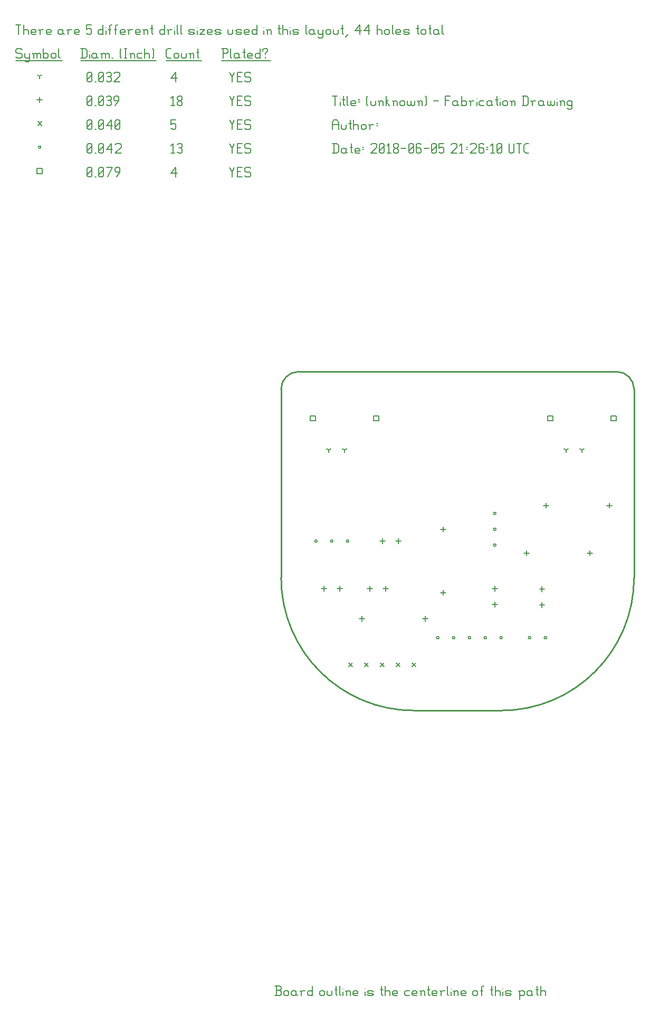
<source format=gbr>
G04 start of page 12 for group -1 layer_idx 16777221 *
G04 Title: (unknown), <virtual group> *
G04 Creator: pcb-rnd 2.0.0 *
G04 CreationDate: 2018-06-05 21:26:10 UTC *
G04 For:  *
G04 Format: Gerber/RS-274X *
G04 PCB-Dimensions: 500000 500000 *
G04 PCB-Coordinate-Origin: lower left *
%MOIN*%
%FSLAX25Y25*%
%LNFAB*%
%ADD76C,0.0100*%
%ADD75C,0.0075*%
%ADD74C,0.0060*%
%ADD73C,0.0080*%
G54D73*X335900Y356600D02*X339100D01*
X335900D02*Y353400D01*
X339100D01*
Y356600D02*Y353400D01*
X375900Y356600D02*X379100D01*
X375900D02*Y353400D01*
X379100D01*
Y356600D02*Y353400D01*
X185900Y356600D02*X189100D01*
X185900D02*Y353400D01*
X189100D01*
Y356600D02*Y353400D01*
X225900Y356600D02*X229100D01*
X225900D02*Y353400D01*
X229100D01*
Y356600D02*Y353400D01*
X13400Y512850D02*X16600D01*
X13400D02*Y509650D01*
X16600D01*
Y512850D02*Y509650D01*
G54D74*X135000Y513500D02*X136500Y510500D01*
X138000Y513500D01*
X136500Y510500D02*Y507500D01*
X139800Y510800D02*X142050D01*
X139800Y507500D02*X142800D01*
X139800Y513500D02*Y507500D01*
Y513500D02*X142800D01*
X147600D02*X148350Y512750D01*
X145350Y513500D02*X147600D01*
X144600Y512750D02*X145350Y513500D01*
X144600Y512750D02*Y511250D01*
X145350Y510500D01*
X147600D01*
X148350Y509750D01*
Y508250D01*
X147600Y507500D02*X148350Y508250D01*
X145350Y507500D02*X147600D01*
X144600Y508250D02*X145350Y507500D01*
X98000Y509750D02*X101000Y513500D01*
X98000Y509750D02*X101750D01*
X101000Y513500D02*Y507500D01*
X45000Y508250D02*X45750Y507500D01*
X45000Y512750D02*Y508250D01*
Y512750D02*X45750Y513500D01*
X47250D01*
X48000Y512750D01*
Y508250D01*
X47250Y507500D02*X48000Y508250D01*
X45750Y507500D02*X47250D01*
X45000Y509000D02*X48000Y512000D01*
X49800Y507500D02*X50550D01*
X52350Y508250D02*X53100Y507500D01*
X52350Y512750D02*Y508250D01*
Y512750D02*X53100Y513500D01*
X54600D01*
X55350Y512750D01*
Y508250D01*
X54600Y507500D02*X55350Y508250D01*
X53100Y507500D02*X54600D01*
X52350Y509000D02*X55350Y512000D01*
X57900Y507500D02*X60900Y513500D01*
X57150D02*X60900D01*
X63450Y507500D02*X65700Y510500D01*
Y512750D02*Y510500D01*
X64950Y513500D02*X65700Y512750D01*
X63450Y513500D02*X64950D01*
X62700Y512750D02*X63450Y513500D01*
X62700Y512750D02*Y511250D01*
X63450Y510500D01*
X65700D01*
X301700Y275000D02*G75*G03X303300Y275000I800J0D01*G01*
G75*G03X301700Y275000I-800J0D01*G01*
Y285000D02*G75*G03X303300Y285000I800J0D01*G01*
G75*G03X301700Y285000I-800J0D01*G01*
Y295000D02*G75*G03X303300Y295000I800J0D01*G01*
G75*G03X301700Y295000I-800J0D01*G01*
X333700Y216500D02*G75*G03X335300Y216500I800J0D01*G01*
G75*G03X333700Y216500I-800J0D01*G01*
X323700D02*G75*G03X325300Y216500I800J0D01*G01*
G75*G03X323700Y216500I-800J0D01*G01*
X305700D02*G75*G03X307300Y216500I800J0D01*G01*
G75*G03X305700Y216500I-800J0D01*G01*
X295700D02*G75*G03X297300Y216500I800J0D01*G01*
G75*G03X295700Y216500I-800J0D01*G01*
X285700D02*G75*G03X287300Y216500I800J0D01*G01*
G75*G03X285700Y216500I-800J0D01*G01*
X275700D02*G75*G03X277300Y216500I800J0D01*G01*
G75*G03X275700Y216500I-800J0D01*G01*
X265700D02*G75*G03X267300Y216500I800J0D01*G01*
G75*G03X265700Y216500I-800J0D01*G01*
X208700Y277500D02*G75*G03X210300Y277500I800J0D01*G01*
G75*G03X208700Y277500I-800J0D01*G01*
X198700D02*G75*G03X200300Y277500I800J0D01*G01*
G75*G03X198700Y277500I-800J0D01*G01*
X188700D02*G75*G03X190300Y277500I800J0D01*G01*
G75*G03X188700Y277500I-800J0D01*G01*
X14200Y526250D02*G75*G03X15800Y526250I800J0D01*G01*
G75*G03X14200Y526250I-800J0D01*G01*
X135000Y528500D02*X136500Y525500D01*
X138000Y528500D01*
X136500Y525500D02*Y522500D01*
X139800Y525800D02*X142050D01*
X139800Y522500D02*X142800D01*
X139800Y528500D02*Y522500D01*
Y528500D02*X142800D01*
X147600D02*X148350Y527750D01*
X145350Y528500D02*X147600D01*
X144600Y527750D02*X145350Y528500D01*
X144600Y527750D02*Y526250D01*
X145350Y525500D01*
X147600D01*
X148350Y524750D01*
Y523250D01*
X147600Y522500D02*X148350Y523250D01*
X145350Y522500D02*X147600D01*
X144600Y523250D02*X145350Y522500D01*
X98000Y527300D02*X99200Y528500D01*
Y522500D01*
X98000D02*X100250D01*
X102050Y527750D02*X102800Y528500D01*
X104300D01*
X105050Y527750D01*
X104300Y522500D02*X105050Y523250D01*
X102800Y522500D02*X104300D01*
X102050Y523250D02*X102800Y522500D01*
Y525800D02*X104300D01*
X105050Y527750D02*Y526550D01*
Y525050D02*Y523250D01*
Y525050D02*X104300Y525800D01*
X105050Y526550D02*X104300Y525800D01*
X45000Y523250D02*X45750Y522500D01*
X45000Y527750D02*Y523250D01*
Y527750D02*X45750Y528500D01*
X47250D01*
X48000Y527750D01*
Y523250D01*
X47250Y522500D02*X48000Y523250D01*
X45750Y522500D02*X47250D01*
X45000Y524000D02*X48000Y527000D01*
X49800Y522500D02*X50550D01*
X52350Y523250D02*X53100Y522500D01*
X52350Y527750D02*Y523250D01*
Y527750D02*X53100Y528500D01*
X54600D01*
X55350Y527750D01*
Y523250D01*
X54600Y522500D02*X55350Y523250D01*
X53100Y522500D02*X54600D01*
X52350Y524000D02*X55350Y527000D01*
X57150Y524750D02*X60150Y528500D01*
X57150Y524750D02*X60900D01*
X60150Y528500D02*Y522500D01*
X62700Y527750D02*X63450Y528500D01*
X65700D01*
X66450Y527750D01*
Y526250D01*
X62700Y522500D02*X66450Y526250D01*
X62700Y522500D02*X66450D01*
X230300Y200700D02*X232700Y198300D01*
X230300D02*X232700Y200700D01*
X220300D02*X222700Y198300D01*
X220300D02*X222700Y200700D01*
X210300D02*X212700Y198300D01*
X210300D02*X212700Y200700D01*
X240300D02*X242700Y198300D01*
X240300D02*X242700Y200700D01*
X250300D02*X252700Y198300D01*
X250300D02*X252700Y200700D01*
X13800Y542450D02*X16200Y540050D01*
X13800D02*X16200Y542450D01*
X135000Y543500D02*X136500Y540500D01*
X138000Y543500D01*
X136500Y540500D02*Y537500D01*
X139800Y540800D02*X142050D01*
X139800Y537500D02*X142800D01*
X139800Y543500D02*Y537500D01*
Y543500D02*X142800D01*
X147600D02*X148350Y542750D01*
X145350Y543500D02*X147600D01*
X144600Y542750D02*X145350Y543500D01*
X144600Y542750D02*Y541250D01*
X145350Y540500D01*
X147600D01*
X148350Y539750D01*
Y538250D01*
X147600Y537500D02*X148350Y538250D01*
X145350Y537500D02*X147600D01*
X144600Y538250D02*X145350Y537500D01*
X98000Y543500D02*X101000D01*
X98000D02*Y540500D01*
X98750Y541250D01*
X100250D01*
X101000Y540500D01*
Y538250D01*
X100250Y537500D02*X101000Y538250D01*
X98750Y537500D02*X100250D01*
X98000Y538250D02*X98750Y537500D01*
X45000Y538250D02*X45750Y537500D01*
X45000Y542750D02*Y538250D01*
Y542750D02*X45750Y543500D01*
X47250D01*
X48000Y542750D01*
Y538250D01*
X47250Y537500D02*X48000Y538250D01*
X45750Y537500D02*X47250D01*
X45000Y539000D02*X48000Y542000D01*
X49800Y537500D02*X50550D01*
X52350Y538250D02*X53100Y537500D01*
X52350Y542750D02*Y538250D01*
Y542750D02*X53100Y543500D01*
X54600D01*
X55350Y542750D01*
Y538250D01*
X54600Y537500D02*X55350Y538250D01*
X53100Y537500D02*X54600D01*
X52350Y539000D02*X55350Y542000D01*
X57150Y539750D02*X60150Y543500D01*
X57150Y539750D02*X60900D01*
X60150Y543500D02*Y537500D01*
X62700Y538250D02*X63450Y537500D01*
X62700Y542750D02*Y538250D01*
Y542750D02*X63450Y543500D01*
X64950D01*
X65700Y542750D01*
Y538250D01*
X64950Y537500D02*X65700Y538250D01*
X63450Y537500D02*X64950D01*
X62700Y539000D02*X65700Y542000D01*
X270000Y286600D02*Y283400D01*
X268400Y285000D02*X271600D01*
X270000Y246600D02*Y243400D01*
X268400Y245000D02*X271600D01*
X302500Y249100D02*Y245900D01*
X300900Y247500D02*X304100D01*
X335000Y301600D02*Y298400D01*
X333400Y300000D02*X336600D01*
X375000Y301600D02*Y298400D01*
X373400Y300000D02*X376600D01*
X322500Y271600D02*Y268400D01*
X320900Y270000D02*X324100D01*
X362500Y271600D02*Y268400D01*
X360900Y270000D02*X364100D01*
X332408Y248766D02*Y245566D01*
X330808Y247166D02*X334008D01*
X332408Y238766D02*Y235566D01*
X330808Y237166D02*X334008D01*
X302500Y239100D02*Y235900D01*
X300900Y237500D02*X304100D01*
X231500Y279100D02*Y275900D01*
X229900Y277500D02*X233100D01*
X241500Y279100D02*Y275900D01*
X239900Y277500D02*X243100D01*
X223500Y249100D02*Y245900D01*
X221900Y247500D02*X225100D01*
X233500Y249100D02*Y245900D01*
X231900Y247500D02*X235100D01*
X194500Y249100D02*Y245900D01*
X192900Y247500D02*X196100D01*
X204500Y249100D02*Y245900D01*
X202900Y247500D02*X206100D01*
X218500Y230100D02*Y226900D01*
X216900Y228500D02*X220100D01*
X258500Y230100D02*Y226900D01*
X256900Y228500D02*X260100D01*
X15000Y557850D02*Y554650D01*
X13400Y556250D02*X16600D01*
X135000Y558500D02*X136500Y555500D01*
X138000Y558500D01*
X136500Y555500D02*Y552500D01*
X139800Y555800D02*X142050D01*
X139800Y552500D02*X142800D01*
X139800Y558500D02*Y552500D01*
Y558500D02*X142800D01*
X147600D02*X148350Y557750D01*
X145350Y558500D02*X147600D01*
X144600Y557750D02*X145350Y558500D01*
X144600Y557750D02*Y556250D01*
X145350Y555500D01*
X147600D01*
X148350Y554750D01*
Y553250D01*
X147600Y552500D02*X148350Y553250D01*
X145350Y552500D02*X147600D01*
X144600Y553250D02*X145350Y552500D01*
X98000Y557300D02*X99200Y558500D01*
Y552500D01*
X98000D02*X100250D01*
X102050Y553250D02*X102800Y552500D01*
X102050Y554450D02*Y553250D01*
Y554450D02*X103100Y555500D01*
X104000D01*
X105050Y554450D01*
Y553250D01*
X104300Y552500D02*X105050Y553250D01*
X102800Y552500D02*X104300D01*
X102050Y556550D02*X103100Y555500D01*
X102050Y557750D02*Y556550D01*
Y557750D02*X102800Y558500D01*
X104300D01*
X105050Y557750D01*
Y556550D01*
X104000Y555500D02*X105050Y556550D01*
X45000Y553250D02*X45750Y552500D01*
X45000Y557750D02*Y553250D01*
Y557750D02*X45750Y558500D01*
X47250D01*
X48000Y557750D01*
Y553250D01*
X47250Y552500D02*X48000Y553250D01*
X45750Y552500D02*X47250D01*
X45000Y554000D02*X48000Y557000D01*
X49800Y552500D02*X50550D01*
X52350Y553250D02*X53100Y552500D01*
X52350Y557750D02*Y553250D01*
Y557750D02*X53100Y558500D01*
X54600D01*
X55350Y557750D01*
Y553250D01*
X54600Y552500D02*X55350Y553250D01*
X53100Y552500D02*X54600D01*
X52350Y554000D02*X55350Y557000D01*
X57150Y557750D02*X57900Y558500D01*
X59400D01*
X60150Y557750D01*
X59400Y552500D02*X60150Y553250D01*
X57900Y552500D02*X59400D01*
X57150Y553250D02*X57900Y552500D01*
Y555800D02*X59400D01*
X60150Y557750D02*Y556550D01*
Y555050D02*Y553250D01*
Y555050D02*X59400Y555800D01*
X60150Y556550D02*X59400Y555800D01*
X62700Y552500D02*X64950Y555500D01*
Y557750D02*Y555500D01*
X64200Y558500D02*X64950Y557750D01*
X62700Y558500D02*X64200D01*
X61950Y557750D02*X62700Y558500D01*
X61950Y557750D02*Y556250D01*
X62700Y555500D01*
X64950D01*
X347500Y335000D02*Y333400D01*
Y335000D02*X348887Y335800D01*
X347500Y335000D02*X346113Y335800D01*
X357500Y335000D02*Y333400D01*
Y335000D02*X358887Y335800D01*
X357500Y335000D02*X356113Y335800D01*
X197500Y335000D02*Y333400D01*
Y335000D02*X198887Y335800D01*
X197500Y335000D02*X196113Y335800D01*
X207500Y335000D02*Y333400D01*
Y335000D02*X208887Y335800D01*
X207500Y335000D02*X206113Y335800D01*
X15000Y571250D02*Y569650D01*
Y571250D02*X16387Y572050D01*
X15000Y571250D02*X13613Y572050D01*
X135000Y573500D02*X136500Y570500D01*
X138000Y573500D01*
X136500Y570500D02*Y567500D01*
X139800Y570800D02*X142050D01*
X139800Y567500D02*X142800D01*
X139800Y573500D02*Y567500D01*
Y573500D02*X142800D01*
X147600D02*X148350Y572750D01*
X145350Y573500D02*X147600D01*
X144600Y572750D02*X145350Y573500D01*
X144600Y572750D02*Y571250D01*
X145350Y570500D01*
X147600D01*
X148350Y569750D01*
Y568250D01*
X147600Y567500D02*X148350Y568250D01*
X145350Y567500D02*X147600D01*
X144600Y568250D02*X145350Y567500D01*
X98000Y569750D02*X101000Y573500D01*
X98000Y569750D02*X101750D01*
X101000Y573500D02*Y567500D01*
X45000Y568250D02*X45750Y567500D01*
X45000Y572750D02*Y568250D01*
Y572750D02*X45750Y573500D01*
X47250D01*
X48000Y572750D01*
Y568250D01*
X47250Y567500D02*X48000Y568250D01*
X45750Y567500D02*X47250D01*
X45000Y569000D02*X48000Y572000D01*
X49800Y567500D02*X50550D01*
X52350Y568250D02*X53100Y567500D01*
X52350Y572750D02*Y568250D01*
Y572750D02*X53100Y573500D01*
X54600D01*
X55350Y572750D01*
Y568250D01*
X54600Y567500D02*X55350Y568250D01*
X53100Y567500D02*X54600D01*
X52350Y569000D02*X55350Y572000D01*
X57150Y572750D02*X57900Y573500D01*
X59400D01*
X60150Y572750D01*
X59400Y567500D02*X60150Y568250D01*
X57900Y567500D02*X59400D01*
X57150Y568250D02*X57900Y567500D01*
Y570800D02*X59400D01*
X60150Y572750D02*Y571550D01*
Y570050D02*Y568250D01*
Y570050D02*X59400Y570800D01*
X60150Y571550D02*X59400Y570800D01*
X61950Y572750D02*X62700Y573500D01*
X64950D01*
X65700Y572750D01*
Y571250D01*
X61950Y567500D02*X65700Y571250D01*
X61950Y567500D02*X65700D01*
X3000Y588500D02*X3750Y587750D01*
X750Y588500D02*X3000D01*
X0Y587750D02*X750Y588500D01*
X0Y587750D02*Y586250D01*
X750Y585500D01*
X3000D01*
X3750Y584750D01*
Y583250D01*
X3000Y582500D02*X3750Y583250D01*
X750Y582500D02*X3000D01*
X0Y583250D02*X750Y582500D01*
X5550Y585500D02*Y583250D01*
X6300Y582500D01*
X8550Y585500D02*Y581000D01*
X7800Y580250D02*X8550Y581000D01*
X6300Y580250D02*X7800D01*
X5550Y581000D02*X6300Y580250D01*
Y582500D02*X7800D01*
X8550Y583250D01*
X11100Y584750D02*Y582500D01*
Y584750D02*X11850Y585500D01*
X12600D01*
X13350Y584750D01*
Y582500D01*
Y584750D02*X14100Y585500D01*
X14850D01*
X15600Y584750D01*
Y582500D01*
X10350Y585500D02*X11100Y584750D01*
X17400Y588500D02*Y582500D01*
Y583250D02*X18150Y582500D01*
X19650D01*
X20400Y583250D01*
Y584750D02*Y583250D01*
X19650Y585500D02*X20400Y584750D01*
X18150Y585500D02*X19650D01*
X17400Y584750D02*X18150Y585500D01*
X22200Y584750D02*Y583250D01*
Y584750D02*X22950Y585500D01*
X24450D01*
X25200Y584750D01*
Y583250D01*
X24450Y582500D02*X25200Y583250D01*
X22950Y582500D02*X24450D01*
X22200Y583250D02*X22950Y582500D01*
X27000Y588500D02*Y583250D01*
X27750Y582500D01*
X0Y580750D02*X29250D01*
X41750Y588500D02*Y582500D01*
X43700Y588500D02*X44750Y587450D01*
Y583550D01*
X43700Y582500D02*X44750Y583550D01*
X41000Y582500D02*X43700D01*
X41000Y588500D02*X43700D01*
G54D75*X46550Y587000D02*Y586850D01*
G54D74*Y584750D02*Y582500D01*
X50300Y585500D02*X51050Y584750D01*
X48800Y585500D02*X50300D01*
X48050Y584750D02*X48800Y585500D01*
X48050Y584750D02*Y583250D01*
X48800Y582500D01*
X51050Y585500D02*Y583250D01*
X51800Y582500D01*
X48800D02*X50300D01*
X51050Y583250D01*
X54350Y584750D02*Y582500D01*
Y584750D02*X55100Y585500D01*
X55850D01*
X56600Y584750D01*
Y582500D01*
Y584750D02*X57350Y585500D01*
X58100D01*
X58850Y584750D01*
Y582500D01*
X53600Y585500D02*X54350Y584750D01*
X60650Y582500D02*X61400D01*
X65900Y583250D02*X66650Y582500D01*
X65900Y587750D02*X66650Y588500D01*
X65900Y587750D02*Y583250D01*
X68450Y588500D02*X69950D01*
X69200D02*Y582500D01*
X68450D02*X69950D01*
X72500Y584750D02*Y582500D01*
Y584750D02*X73250Y585500D01*
X74000D01*
X74750Y584750D01*
Y582500D01*
X71750Y585500D02*X72500Y584750D01*
X77300Y585500D02*X79550D01*
X76550Y584750D02*X77300Y585500D01*
X76550Y584750D02*Y583250D01*
X77300Y582500D01*
X79550D01*
X81350Y588500D02*Y582500D01*
Y584750D02*X82100Y585500D01*
X83600D01*
X84350Y584750D01*
Y582500D01*
X86150Y588500D02*X86900Y587750D01*
Y583250D01*
X86150Y582500D02*X86900Y583250D01*
X41000Y580750D02*X88700D01*
X96050Y582500D02*X98000D01*
X95000Y583550D02*X96050Y582500D01*
X95000Y587450D02*Y583550D01*
Y587450D02*X96050Y588500D01*
X98000D01*
X99800Y584750D02*Y583250D01*
Y584750D02*X100550Y585500D01*
X102050D01*
X102800Y584750D01*
Y583250D01*
X102050Y582500D02*X102800Y583250D01*
X100550Y582500D02*X102050D01*
X99800Y583250D02*X100550Y582500D01*
X104600Y585500D02*Y583250D01*
X105350Y582500D01*
X106850D01*
X107600Y583250D01*
Y585500D02*Y583250D01*
X110150Y584750D02*Y582500D01*
Y584750D02*X110900Y585500D01*
X111650D01*
X112400Y584750D01*
Y582500D01*
X109400Y585500D02*X110150Y584750D01*
X114950Y588500D02*Y583250D01*
X115700Y582500D01*
X114200Y586250D02*X115700D01*
X95000Y580750D02*X117200D01*
X130750Y588500D02*Y582500D01*
X130000Y588500D02*X133000D01*
X133750Y587750D01*
Y586250D01*
X133000Y585500D02*X133750Y586250D01*
X130750Y585500D02*X133000D01*
X135550Y588500D02*Y583250D01*
X136300Y582500D01*
X140050Y585500D02*X140800Y584750D01*
X138550Y585500D02*X140050D01*
X137800Y584750D02*X138550Y585500D01*
X137800Y584750D02*Y583250D01*
X138550Y582500D01*
X140800Y585500D02*Y583250D01*
X141550Y582500D01*
X138550D02*X140050D01*
X140800Y583250D01*
X144100Y588500D02*Y583250D01*
X144850Y582500D01*
X143350Y586250D02*X144850D01*
X147100Y582500D02*X149350D01*
X146350Y583250D02*X147100Y582500D01*
X146350Y584750D02*Y583250D01*
Y584750D02*X147100Y585500D01*
X148600D01*
X149350Y584750D01*
X146350Y584000D02*X149350D01*
Y584750D02*Y584000D01*
X154150Y588500D02*Y582500D01*
X153400D02*X154150Y583250D01*
X151900Y582500D02*X153400D01*
X151150Y583250D02*X151900Y582500D01*
X151150Y584750D02*Y583250D01*
Y584750D02*X151900Y585500D01*
X153400D01*
X154150Y584750D01*
X157450Y585500D02*Y584750D01*
Y583250D02*Y582500D01*
X155950Y587750D02*Y587000D01*
Y587750D02*X156700Y588500D01*
X158200D01*
X158950Y587750D01*
Y587000D01*
X157450Y585500D02*X158950Y587000D01*
X130000Y580750D02*X160750D01*
X0Y603500D02*X3000D01*
X1500D02*Y597500D01*
X4800Y603500D02*Y597500D01*
Y599750D02*X5550Y600500D01*
X7050D01*
X7800Y599750D01*
Y597500D01*
X10350D02*X12600D01*
X9600Y598250D02*X10350Y597500D01*
X9600Y599750D02*Y598250D01*
Y599750D02*X10350Y600500D01*
X11850D01*
X12600Y599750D01*
X9600Y599000D02*X12600D01*
Y599750D02*Y599000D01*
X15150Y599750D02*Y597500D01*
Y599750D02*X15900Y600500D01*
X17400D01*
X14400D02*X15150Y599750D01*
X19950Y597500D02*X22200D01*
X19200Y598250D02*X19950Y597500D01*
X19200Y599750D02*Y598250D01*
Y599750D02*X19950Y600500D01*
X21450D01*
X22200Y599750D01*
X19200Y599000D02*X22200D01*
Y599750D02*Y599000D01*
X28950Y600500D02*X29700Y599750D01*
X27450Y600500D02*X28950D01*
X26700Y599750D02*X27450Y600500D01*
X26700Y599750D02*Y598250D01*
X27450Y597500D01*
X29700Y600500D02*Y598250D01*
X30450Y597500D01*
X27450D02*X28950D01*
X29700Y598250D01*
X33000Y599750D02*Y597500D01*
Y599750D02*X33750Y600500D01*
X35250D01*
X32250D02*X33000Y599750D01*
X37800Y597500D02*X40050D01*
X37050Y598250D02*X37800Y597500D01*
X37050Y599750D02*Y598250D01*
Y599750D02*X37800Y600500D01*
X39300D01*
X40050Y599750D01*
X37050Y599000D02*X40050D01*
Y599750D02*Y599000D01*
X44550Y603500D02*X47550D01*
X44550D02*Y600500D01*
X45300Y601250D01*
X46800D01*
X47550Y600500D01*
Y598250D01*
X46800Y597500D02*X47550Y598250D01*
X45300Y597500D02*X46800D01*
X44550Y598250D02*X45300Y597500D01*
X55050Y603500D02*Y597500D01*
X54300D02*X55050Y598250D01*
X52800Y597500D02*X54300D01*
X52050Y598250D02*X52800Y597500D01*
X52050Y599750D02*Y598250D01*
Y599750D02*X52800Y600500D01*
X54300D01*
X55050Y599750D01*
G54D75*X56850Y602000D02*Y601850D01*
G54D74*Y599750D02*Y597500D01*
X59100Y602750D02*Y597500D01*
Y602750D02*X59850Y603500D01*
X60600D01*
X58350Y600500D02*X59850D01*
X62850Y602750D02*Y597500D01*
Y602750D02*X63600Y603500D01*
X64350D01*
X62100Y600500D02*X63600D01*
X66600Y597500D02*X68850D01*
X65850Y598250D02*X66600Y597500D01*
X65850Y599750D02*Y598250D01*
Y599750D02*X66600Y600500D01*
X68100D01*
X68850Y599750D01*
X65850Y599000D02*X68850D01*
Y599750D02*Y599000D01*
X71400Y599750D02*Y597500D01*
Y599750D02*X72150Y600500D01*
X73650D01*
X70650D02*X71400Y599750D01*
X76200Y597500D02*X78450D01*
X75450Y598250D02*X76200Y597500D01*
X75450Y599750D02*Y598250D01*
Y599750D02*X76200Y600500D01*
X77700D01*
X78450Y599750D01*
X75450Y599000D02*X78450D01*
Y599750D02*Y599000D01*
X81000Y599750D02*Y597500D01*
Y599750D02*X81750Y600500D01*
X82500D01*
X83250Y599750D01*
Y597500D01*
X80250Y600500D02*X81000Y599750D01*
X85800Y603500D02*Y598250D01*
X86550Y597500D01*
X85050Y601250D02*X86550D01*
X93750Y603500D02*Y597500D01*
X93000D02*X93750Y598250D01*
X91500Y597500D02*X93000D01*
X90750Y598250D02*X91500Y597500D01*
X90750Y599750D02*Y598250D01*
Y599750D02*X91500Y600500D01*
X93000D01*
X93750Y599750D01*
X96300D02*Y597500D01*
Y599750D02*X97050Y600500D01*
X98550D01*
X95550D02*X96300Y599750D01*
G54D75*X100350Y602000D02*Y601850D01*
G54D74*Y599750D02*Y597500D01*
X101850Y603500D02*Y598250D01*
X102600Y597500D01*
X104100Y603500D02*Y598250D01*
X104850Y597500D01*
X109800D02*X112050D01*
X112800Y598250D01*
X112050Y599000D02*X112800Y598250D01*
X109800Y599000D02*X112050D01*
X109050Y599750D02*X109800Y599000D01*
X109050Y599750D02*X109800Y600500D01*
X112050D01*
X112800Y599750D01*
X109050Y598250D02*X109800Y597500D01*
G54D75*X114600Y602000D02*Y601850D01*
G54D74*Y599750D02*Y597500D01*
X116100Y600500D02*X119100D01*
X116100Y597500D02*X119100Y600500D01*
X116100Y597500D02*X119100D01*
X121650D02*X123900D01*
X120900Y598250D02*X121650Y597500D01*
X120900Y599750D02*Y598250D01*
Y599750D02*X121650Y600500D01*
X123150D01*
X123900Y599750D01*
X120900Y599000D02*X123900D01*
Y599750D02*Y599000D01*
X126450Y597500D02*X128700D01*
X129450Y598250D01*
X128700Y599000D02*X129450Y598250D01*
X126450Y599000D02*X128700D01*
X125700Y599750D02*X126450Y599000D01*
X125700Y599750D02*X126450Y600500D01*
X128700D01*
X129450Y599750D01*
X125700Y598250D02*X126450Y597500D01*
X133950Y600500D02*Y598250D01*
X134700Y597500D01*
X136200D01*
X136950Y598250D01*
Y600500D02*Y598250D01*
X139500Y597500D02*X141750D01*
X142500Y598250D01*
X141750Y599000D02*X142500Y598250D01*
X139500Y599000D02*X141750D01*
X138750Y599750D02*X139500Y599000D01*
X138750Y599750D02*X139500Y600500D01*
X141750D01*
X142500Y599750D01*
X138750Y598250D02*X139500Y597500D01*
X145050D02*X147300D01*
X144300Y598250D02*X145050Y597500D01*
X144300Y599750D02*Y598250D01*
Y599750D02*X145050Y600500D01*
X146550D01*
X147300Y599750D01*
X144300Y599000D02*X147300D01*
Y599750D02*Y599000D01*
X152100Y603500D02*Y597500D01*
X151350D02*X152100Y598250D01*
X149850Y597500D02*X151350D01*
X149100Y598250D02*X149850Y597500D01*
X149100Y599750D02*Y598250D01*
Y599750D02*X149850Y600500D01*
X151350D01*
X152100Y599750D01*
G54D75*X156600Y602000D02*Y601850D01*
G54D74*Y599750D02*Y597500D01*
X158850Y599750D02*Y597500D01*
Y599750D02*X159600Y600500D01*
X160350D01*
X161100Y599750D01*
Y597500D01*
X158100Y600500D02*X158850Y599750D01*
X166350Y603500D02*Y598250D01*
X167100Y597500D01*
X165600Y601250D02*X167100D01*
X168600Y603500D02*Y597500D01*
Y599750D02*X169350Y600500D01*
X170850D01*
X171600Y599750D01*
Y597500D01*
G54D75*X173400Y602000D02*Y601850D01*
G54D74*Y599750D02*Y597500D01*
X175650D02*X177900D01*
X178650Y598250D01*
X177900Y599000D02*X178650Y598250D01*
X175650Y599000D02*X177900D01*
X174900Y599750D02*X175650Y599000D01*
X174900Y599750D02*X175650Y600500D01*
X177900D01*
X178650Y599750D01*
X174900Y598250D02*X175650Y597500D01*
X183150Y603500D02*Y598250D01*
X183900Y597500D01*
X187650Y600500D02*X188400Y599750D01*
X186150Y600500D02*X187650D01*
X185400Y599750D02*X186150Y600500D01*
X185400Y599750D02*Y598250D01*
X186150Y597500D01*
X188400Y600500D02*Y598250D01*
X189150Y597500D01*
X186150D02*X187650D01*
X188400Y598250D01*
X190950Y600500D02*Y598250D01*
X191700Y597500D01*
X193950Y600500D02*Y596000D01*
X193200Y595250D02*X193950Y596000D01*
X191700Y595250D02*X193200D01*
X190950Y596000D02*X191700Y595250D01*
Y597500D02*X193200D01*
X193950Y598250D01*
X195750Y599750D02*Y598250D01*
Y599750D02*X196500Y600500D01*
X198000D01*
X198750Y599750D01*
Y598250D01*
X198000Y597500D02*X198750Y598250D01*
X196500Y597500D02*X198000D01*
X195750Y598250D02*X196500Y597500D01*
X200550Y600500D02*Y598250D01*
X201300Y597500D01*
X202800D01*
X203550Y598250D01*
Y600500D02*Y598250D01*
X206100Y603500D02*Y598250D01*
X206850Y597500D01*
X205350Y601250D02*X206850D01*
X208350Y596000D02*X209850Y597500D01*
X214350Y599750D02*X217350Y603500D01*
X214350Y599750D02*X218100D01*
X217350Y603500D02*Y597500D01*
X219900Y599750D02*X222900Y603500D01*
X219900Y599750D02*X223650D01*
X222900Y603500D02*Y597500D01*
X228150Y603500D02*Y597500D01*
Y599750D02*X228900Y600500D01*
X230400D01*
X231150Y599750D01*
Y597500D01*
X232950Y599750D02*Y598250D01*
Y599750D02*X233700Y600500D01*
X235200D01*
X235950Y599750D01*
Y598250D01*
X235200Y597500D02*X235950Y598250D01*
X233700Y597500D02*X235200D01*
X232950Y598250D02*X233700Y597500D01*
X237750Y603500D02*Y598250D01*
X238500Y597500D01*
X240750D02*X243000D01*
X240000Y598250D02*X240750Y597500D01*
X240000Y599750D02*Y598250D01*
Y599750D02*X240750Y600500D01*
X242250D01*
X243000Y599750D01*
X240000Y599000D02*X243000D01*
Y599750D02*Y599000D01*
X245550Y597500D02*X247800D01*
X248550Y598250D01*
X247800Y599000D02*X248550Y598250D01*
X245550Y599000D02*X247800D01*
X244800Y599750D02*X245550Y599000D01*
X244800Y599750D02*X245550Y600500D01*
X247800D01*
X248550Y599750D01*
X244800Y598250D02*X245550Y597500D01*
X253800Y603500D02*Y598250D01*
X254550Y597500D01*
X253050Y601250D02*X254550D01*
X256050Y599750D02*Y598250D01*
Y599750D02*X256800Y600500D01*
X258300D01*
X259050Y599750D01*
Y598250D01*
X258300Y597500D02*X259050Y598250D01*
X256800Y597500D02*X258300D01*
X256050Y598250D02*X256800Y597500D01*
X261600Y603500D02*Y598250D01*
X262350Y597500D01*
X260850Y601250D02*X262350D01*
X266100Y600500D02*X266850Y599750D01*
X264600Y600500D02*X266100D01*
X263850Y599750D02*X264600Y600500D01*
X263850Y599750D02*Y598250D01*
X264600Y597500D01*
X266850Y600500D02*Y598250D01*
X267600Y597500D01*
X264600D02*X266100D01*
X266850Y598250D01*
X269400Y603500D02*Y598250D01*
X270150Y597500D01*
G54D76*X167500Y373500D02*Y254500D01*
X251500Y170500D02*X306500D01*
X390500Y254500D02*Y373500D01*
X178500Y384500D02*X379500D01*
X178500D02*G75*G03X167500Y373500I0J-11000D01*G01*
Y254500D02*G75*G03X251500Y170500I84000J0D01*G01*
X306500D02*G75*G03X390500Y254500I0J84000D01*G01*
Y373500D02*G75*G03X379500Y384500I-11000J0D01*G01*
G54D74*X163675Y-9500D02*X166675D01*
X167425Y-8750D01*
Y-6950D02*Y-8750D01*
X166675Y-6200D02*X167425Y-6950D01*
X164425Y-6200D02*X166675D01*
X164425Y-3500D02*Y-9500D01*
X163675Y-3500D02*X166675D01*
X167425Y-4250D01*
Y-5450D01*
X166675Y-6200D02*X167425Y-5450D01*
X169225Y-7250D02*Y-8750D01*
Y-7250D02*X169975Y-6500D01*
X171475D01*
X172225Y-7250D01*
Y-8750D01*
X171475Y-9500D02*X172225Y-8750D01*
X169975Y-9500D02*X171475D01*
X169225Y-8750D02*X169975Y-9500D01*
X176275Y-6500D02*X177025Y-7250D01*
X174775Y-6500D02*X176275D01*
X174025Y-7250D02*X174775Y-6500D01*
X174025Y-7250D02*Y-8750D01*
X174775Y-9500D01*
X177025Y-6500D02*Y-8750D01*
X177775Y-9500D01*
X174775D02*X176275D01*
X177025Y-8750D01*
X180325Y-7250D02*Y-9500D01*
Y-7250D02*X181075Y-6500D01*
X182575D01*
X179575D02*X180325Y-7250D01*
X187375Y-3500D02*Y-9500D01*
X186625D02*X187375Y-8750D01*
X185125Y-9500D02*X186625D01*
X184375Y-8750D02*X185125Y-9500D01*
X184375Y-7250D02*Y-8750D01*
Y-7250D02*X185125Y-6500D01*
X186625D01*
X187375Y-7250D01*
X191875D02*Y-8750D01*
Y-7250D02*X192625Y-6500D01*
X194125D01*
X194875Y-7250D01*
Y-8750D01*
X194125Y-9500D02*X194875Y-8750D01*
X192625Y-9500D02*X194125D01*
X191875Y-8750D02*X192625Y-9500D01*
X196675Y-6500D02*Y-8750D01*
X197425Y-9500D01*
X198925D01*
X199675Y-8750D01*
Y-6500D02*Y-8750D01*
X202225Y-3500D02*Y-8750D01*
X202975Y-9500D01*
X201475Y-5750D02*X202975D01*
X204475Y-3500D02*Y-8750D01*
X205225Y-9500D01*
G54D75*X206725Y-5000D02*Y-5150D01*
G54D74*Y-7250D02*Y-9500D01*
X208975Y-7250D02*Y-9500D01*
Y-7250D02*X209725Y-6500D01*
X210475D01*
X211225Y-7250D01*
Y-9500D01*
X208225Y-6500D02*X208975Y-7250D01*
X213775Y-9500D02*X216025D01*
X213025Y-8750D02*X213775Y-9500D01*
X213025Y-7250D02*Y-8750D01*
Y-7250D02*X213775Y-6500D01*
X215275D01*
X216025Y-7250D01*
X213025Y-8000D02*X216025D01*
Y-7250D02*Y-8000D01*
G54D75*X220525Y-5000D02*Y-5150D01*
G54D74*Y-7250D02*Y-9500D01*
X222775D02*X225025D01*
X225775Y-8750D01*
X225025Y-8000D02*X225775Y-8750D01*
X222775Y-8000D02*X225025D01*
X222025Y-7250D02*X222775Y-8000D01*
X222025Y-7250D02*X222775Y-6500D01*
X225025D01*
X225775Y-7250D01*
X222025Y-8750D02*X222775Y-9500D01*
X231025Y-3500D02*Y-8750D01*
X231775Y-9500D01*
X230275Y-5750D02*X231775D01*
X233275Y-3500D02*Y-9500D01*
Y-7250D02*X234025Y-6500D01*
X235525D01*
X236275Y-7250D01*
Y-9500D01*
X238825D02*X241075D01*
X238075Y-8750D02*X238825Y-9500D01*
X238075Y-7250D02*Y-8750D01*
Y-7250D02*X238825Y-6500D01*
X240325D01*
X241075Y-7250D01*
X238075Y-8000D02*X241075D01*
Y-7250D02*Y-8000D01*
X246325Y-6500D02*X248575D01*
X245575Y-7250D02*X246325Y-6500D01*
X245575Y-7250D02*Y-8750D01*
X246325Y-9500D01*
X248575D01*
X251125D02*X253375D01*
X250375Y-8750D02*X251125Y-9500D01*
X250375Y-7250D02*Y-8750D01*
Y-7250D02*X251125Y-6500D01*
X252625D01*
X253375Y-7250D01*
X250375Y-8000D02*X253375D01*
Y-7250D02*Y-8000D01*
X255925Y-7250D02*Y-9500D01*
Y-7250D02*X256675Y-6500D01*
X257425D01*
X258175Y-7250D01*
Y-9500D01*
X255175Y-6500D02*X255925Y-7250D01*
X260725Y-3500D02*Y-8750D01*
X261475Y-9500D01*
X259975Y-5750D02*X261475D01*
X263725Y-9500D02*X265975D01*
X262975Y-8750D02*X263725Y-9500D01*
X262975Y-7250D02*Y-8750D01*
Y-7250D02*X263725Y-6500D01*
X265225D01*
X265975Y-7250D01*
X262975Y-8000D02*X265975D01*
Y-7250D02*Y-8000D01*
X268525Y-7250D02*Y-9500D01*
Y-7250D02*X269275Y-6500D01*
X270775D01*
X267775D02*X268525Y-7250D01*
X272575Y-3500D02*Y-8750D01*
X273325Y-9500D01*
G54D75*X274825Y-5000D02*Y-5150D01*
G54D74*Y-7250D02*Y-9500D01*
X277075Y-7250D02*Y-9500D01*
Y-7250D02*X277825Y-6500D01*
X278575D01*
X279325Y-7250D01*
Y-9500D01*
X276325Y-6500D02*X277075Y-7250D01*
X281875Y-9500D02*X284125D01*
X281125Y-8750D02*X281875Y-9500D01*
X281125Y-7250D02*Y-8750D01*
Y-7250D02*X281875Y-6500D01*
X283375D01*
X284125Y-7250D01*
X281125Y-8000D02*X284125D01*
Y-7250D02*Y-8000D01*
X288625Y-7250D02*Y-8750D01*
Y-7250D02*X289375Y-6500D01*
X290875D01*
X291625Y-7250D01*
Y-8750D01*
X290875Y-9500D02*X291625Y-8750D01*
X289375Y-9500D02*X290875D01*
X288625Y-8750D02*X289375Y-9500D01*
X294175Y-4250D02*Y-9500D01*
Y-4250D02*X294925Y-3500D01*
X295675D01*
X293425Y-6500D02*X294925D01*
X300625Y-3500D02*Y-8750D01*
X301375Y-9500D01*
X299875Y-5750D02*X301375D01*
X302875Y-3500D02*Y-9500D01*
Y-7250D02*X303625Y-6500D01*
X305125D01*
X305875Y-7250D01*
Y-9500D01*
G54D75*X307675Y-5000D02*Y-5150D01*
G54D74*Y-7250D02*Y-9500D01*
X309925D02*X312175D01*
X312925Y-8750D01*
X312175Y-8000D02*X312925Y-8750D01*
X309925Y-8000D02*X312175D01*
X309175Y-7250D02*X309925Y-8000D01*
X309175Y-7250D02*X309925Y-6500D01*
X312175D01*
X312925Y-7250D01*
X309175Y-8750D02*X309925Y-9500D01*
X318175Y-7250D02*Y-11750D01*
X317425Y-6500D02*X318175Y-7250D01*
X318925Y-6500D01*
X320425D01*
X321175Y-7250D01*
Y-8750D01*
X320425Y-9500D02*X321175Y-8750D01*
X318925Y-9500D02*X320425D01*
X318175Y-8750D02*X318925Y-9500D01*
X325225Y-6500D02*X325975Y-7250D01*
X323725Y-6500D02*X325225D01*
X322975Y-7250D02*X323725Y-6500D01*
X322975Y-7250D02*Y-8750D01*
X323725Y-9500D01*
X325975Y-6500D02*Y-8750D01*
X326725Y-9500D01*
X323725D02*X325225D01*
X325975Y-8750D01*
X329275Y-3500D02*Y-8750D01*
X330025Y-9500D01*
X328525Y-5750D02*X330025D01*
X331525Y-3500D02*Y-9500D01*
Y-7250D02*X332275Y-6500D01*
X333775D01*
X334525Y-7250D01*
Y-9500D01*
X200750Y528500D02*Y522500D01*
X202700Y528500D02*X203750Y527450D01*
Y523550D01*
X202700Y522500D02*X203750Y523550D01*
X200000Y522500D02*X202700D01*
X200000Y528500D02*X202700D01*
X207800Y525500D02*X208550Y524750D01*
X206300Y525500D02*X207800D01*
X205550Y524750D02*X206300Y525500D01*
X205550Y524750D02*Y523250D01*
X206300Y522500D01*
X208550Y525500D02*Y523250D01*
X209300Y522500D01*
X206300D02*X207800D01*
X208550Y523250D01*
X211850Y528500D02*Y523250D01*
X212600Y522500D01*
X211100Y526250D02*X212600D01*
X214850Y522500D02*X217100D01*
X214100Y523250D02*X214850Y522500D01*
X214100Y524750D02*Y523250D01*
Y524750D02*X214850Y525500D01*
X216350D01*
X217100Y524750D01*
X214100Y524000D02*X217100D01*
Y524750D02*Y524000D01*
X218900Y526250D02*X219650D01*
X218900Y524750D02*X219650D01*
X224150Y527750D02*X224900Y528500D01*
X227150D01*
X227900Y527750D01*
Y526250D01*
X224150Y522500D02*X227900Y526250D01*
X224150Y522500D02*X227900D01*
X229700Y523250D02*X230450Y522500D01*
X229700Y527750D02*Y523250D01*
Y527750D02*X230450Y528500D01*
X231950D01*
X232700Y527750D01*
Y523250D01*
X231950Y522500D02*X232700Y523250D01*
X230450Y522500D02*X231950D01*
X229700Y524000D02*X232700Y527000D01*
X234500Y527300D02*X235700Y528500D01*
Y522500D01*
X234500D02*X236750D01*
X238550Y523250D02*X239300Y522500D01*
X238550Y524450D02*Y523250D01*
Y524450D02*X239600Y525500D01*
X240500D01*
X241550Y524450D01*
Y523250D01*
X240800Y522500D02*X241550Y523250D01*
X239300Y522500D02*X240800D01*
X238550Y526550D02*X239600Y525500D01*
X238550Y527750D02*Y526550D01*
Y527750D02*X239300Y528500D01*
X240800D01*
X241550Y527750D01*
Y526550D01*
X240500Y525500D02*X241550Y526550D01*
X243350Y525500D02*X246350D01*
X248150Y523250D02*X248900Y522500D01*
X248150Y527750D02*Y523250D01*
Y527750D02*X248900Y528500D01*
X250400D01*
X251150Y527750D01*
Y523250D01*
X250400Y522500D02*X251150Y523250D01*
X248900Y522500D02*X250400D01*
X248150Y524000D02*X251150Y527000D01*
X255200Y528500D02*X255950Y527750D01*
X253700Y528500D02*X255200D01*
X252950Y527750D02*X253700Y528500D01*
X252950Y527750D02*Y523250D01*
X253700Y522500D01*
X255200Y525800D02*X255950Y525050D01*
X252950Y525800D02*X255200D01*
X253700Y522500D02*X255200D01*
X255950Y523250D01*
Y525050D02*Y523250D01*
X257750Y525500D02*X260750D01*
X262550Y523250D02*X263300Y522500D01*
X262550Y527750D02*Y523250D01*
Y527750D02*X263300Y528500D01*
X264800D01*
X265550Y527750D01*
Y523250D01*
X264800Y522500D02*X265550Y523250D01*
X263300Y522500D02*X264800D01*
X262550Y524000D02*X265550Y527000D01*
X267350Y528500D02*X270350D01*
X267350D02*Y525500D01*
X268100Y526250D01*
X269600D01*
X270350Y525500D01*
Y523250D01*
X269600Y522500D02*X270350Y523250D01*
X268100Y522500D02*X269600D01*
X267350Y523250D02*X268100Y522500D01*
X274850Y527750D02*X275600Y528500D01*
X277850D01*
X278600Y527750D01*
Y526250D01*
X274850Y522500D02*X278600Y526250D01*
X274850Y522500D02*X278600D01*
X280400Y527300D02*X281600Y528500D01*
Y522500D01*
X280400D02*X282650D01*
X284450Y526250D02*X285200D01*
X284450Y524750D02*X285200D01*
X287000Y527750D02*X287750Y528500D01*
X290000D01*
X290750Y527750D01*
Y526250D01*
X287000Y522500D02*X290750Y526250D01*
X287000Y522500D02*X290750D01*
X294800Y528500D02*X295550Y527750D01*
X293300Y528500D02*X294800D01*
X292550Y527750D02*X293300Y528500D01*
X292550Y527750D02*Y523250D01*
X293300Y522500D01*
X294800Y525800D02*X295550Y525050D01*
X292550Y525800D02*X294800D01*
X293300Y522500D02*X294800D01*
X295550Y523250D01*
Y525050D02*Y523250D01*
X297350Y526250D02*X298100D01*
X297350Y524750D02*X298100D01*
X299900Y527300D02*X301100Y528500D01*
Y522500D01*
X299900D02*X302150D01*
X303950Y523250D02*X304700Y522500D01*
X303950Y527750D02*Y523250D01*
Y527750D02*X304700Y528500D01*
X306200D01*
X306950Y527750D01*
Y523250D01*
X306200Y522500D02*X306950Y523250D01*
X304700Y522500D02*X306200D01*
X303950Y524000D02*X306950Y527000D01*
X311450Y528500D02*Y523250D01*
X312200Y522500D01*
X313700D01*
X314450Y523250D01*
Y528500D02*Y523250D01*
X316250Y528500D02*X319250D01*
X317750D02*Y522500D01*
X322100D02*X324050D01*
X321050Y523550D02*X322100Y522500D01*
X321050Y527450D02*Y523550D01*
Y527450D02*X322100Y528500D01*
X324050D01*
X200000Y542000D02*Y537500D01*
Y542000D02*X201050Y543500D01*
X202700D01*
X203750Y542000D01*
Y537500D01*
X200000Y540500D02*X203750D01*
X205550D02*Y538250D01*
X206300Y537500D01*
X207800D01*
X208550Y538250D01*
Y540500D02*Y538250D01*
X211100Y543500D02*Y538250D01*
X211850Y537500D01*
X210350Y541250D02*X211850D01*
X213350Y543500D02*Y537500D01*
Y539750D02*X214100Y540500D01*
X215600D01*
X216350Y539750D01*
Y537500D01*
X218150Y539750D02*Y538250D01*
Y539750D02*X218900Y540500D01*
X220400D01*
X221150Y539750D01*
Y538250D01*
X220400Y537500D02*X221150Y538250D01*
X218900Y537500D02*X220400D01*
X218150Y538250D02*X218900Y537500D01*
X223700Y539750D02*Y537500D01*
Y539750D02*X224450Y540500D01*
X225950D01*
X222950D02*X223700Y539750D01*
X227750Y541250D02*X228500D01*
X227750Y539750D02*X228500D01*
X200000Y558500D02*X203000D01*
X201500D02*Y552500D01*
G54D75*X204800Y557000D02*Y556850D01*
G54D74*Y554750D02*Y552500D01*
X207050Y558500D02*Y553250D01*
X207800Y552500D01*
X206300Y556250D02*X207800D01*
X209300Y558500D02*Y553250D01*
X210050Y552500D01*
X212300D02*X214550D01*
X211550Y553250D02*X212300Y552500D01*
X211550Y554750D02*Y553250D01*
Y554750D02*X212300Y555500D01*
X213800D01*
X214550Y554750D01*
X211550Y554000D02*X214550D01*
Y554750D02*Y554000D01*
X216350Y556250D02*X217100D01*
X216350Y554750D02*X217100D01*
X221600Y553250D02*X222350Y552500D01*
X221600Y557750D02*X222350Y558500D01*
X221600Y557750D02*Y553250D01*
X224150Y555500D02*Y553250D01*
X224900Y552500D01*
X226400D01*
X227150Y553250D01*
Y555500D02*Y553250D01*
X229700Y554750D02*Y552500D01*
Y554750D02*X230450Y555500D01*
X231200D01*
X231950Y554750D01*
Y552500D01*
X228950Y555500D02*X229700Y554750D01*
X233750Y558500D02*Y552500D01*
Y554750D02*X236000Y552500D01*
X233750Y554750D02*X235250Y556250D01*
X238550Y554750D02*Y552500D01*
Y554750D02*X239300Y555500D01*
X240050D01*
X240800Y554750D01*
Y552500D01*
X237800Y555500D02*X238550Y554750D01*
X242600D02*Y553250D01*
Y554750D02*X243350Y555500D01*
X244850D01*
X245600Y554750D01*
Y553250D01*
X244850Y552500D02*X245600Y553250D01*
X243350Y552500D02*X244850D01*
X242600Y553250D02*X243350Y552500D01*
X247400Y555500D02*Y553250D01*
X248150Y552500D01*
X248900D01*
X249650Y553250D01*
Y555500D02*Y553250D01*
X250400Y552500D01*
X251150D01*
X251900Y553250D01*
Y555500D02*Y553250D01*
X254450Y554750D02*Y552500D01*
Y554750D02*X255200Y555500D01*
X255950D01*
X256700Y554750D01*
Y552500D01*
X253700Y555500D02*X254450Y554750D01*
X258500Y558500D02*X259250Y557750D01*
Y553250D01*
X258500Y552500D02*X259250Y553250D01*
X263750Y555500D02*X266750D01*
X271250Y558500D02*Y552500D01*
Y558500D02*X274250D01*
X271250Y555800D02*X273500D01*
X278300Y555500D02*X279050Y554750D01*
X276800Y555500D02*X278300D01*
X276050Y554750D02*X276800Y555500D01*
X276050Y554750D02*Y553250D01*
X276800Y552500D01*
X279050Y555500D02*Y553250D01*
X279800Y552500D01*
X276800D02*X278300D01*
X279050Y553250D01*
X281600Y558500D02*Y552500D01*
Y553250D02*X282350Y552500D01*
X283850D01*
X284600Y553250D01*
Y554750D02*Y553250D01*
X283850Y555500D02*X284600Y554750D01*
X282350Y555500D02*X283850D01*
X281600Y554750D02*X282350Y555500D01*
X287150Y554750D02*Y552500D01*
Y554750D02*X287900Y555500D01*
X289400D01*
X286400D02*X287150Y554750D01*
G54D75*X291200Y557000D02*Y556850D01*
G54D74*Y554750D02*Y552500D01*
X293450Y555500D02*X295700D01*
X292700Y554750D02*X293450Y555500D01*
X292700Y554750D02*Y553250D01*
X293450Y552500D01*
X295700D01*
X299750Y555500D02*X300500Y554750D01*
X298250Y555500D02*X299750D01*
X297500Y554750D02*X298250Y555500D01*
X297500Y554750D02*Y553250D01*
X298250Y552500D01*
X300500Y555500D02*Y553250D01*
X301250Y552500D01*
X298250D02*X299750D01*
X300500Y553250D01*
X303800Y558500D02*Y553250D01*
X304550Y552500D01*
X303050Y556250D02*X304550D01*
G54D75*X306050Y557000D02*Y556850D01*
G54D74*Y554750D02*Y552500D01*
X307550Y554750D02*Y553250D01*
Y554750D02*X308300Y555500D01*
X309800D01*
X310550Y554750D01*
Y553250D01*
X309800Y552500D02*X310550Y553250D01*
X308300Y552500D02*X309800D01*
X307550Y553250D02*X308300Y552500D01*
X313100Y554750D02*Y552500D01*
Y554750D02*X313850Y555500D01*
X314600D01*
X315350Y554750D01*
Y552500D01*
X312350Y555500D02*X313100Y554750D01*
X320600Y558500D02*Y552500D01*
X322550Y558500D02*X323600Y557450D01*
Y553550D01*
X322550Y552500D02*X323600Y553550D01*
X319850Y552500D02*X322550D01*
X319850Y558500D02*X322550D01*
X326150Y554750D02*Y552500D01*
Y554750D02*X326900Y555500D01*
X328400D01*
X325400D02*X326150Y554750D01*
X332450Y555500D02*X333200Y554750D01*
X330950Y555500D02*X332450D01*
X330200Y554750D02*X330950Y555500D01*
X330200Y554750D02*Y553250D01*
X330950Y552500D01*
X333200Y555500D02*Y553250D01*
X333950Y552500D01*
X330950D02*X332450D01*
X333200Y553250D01*
X335750Y555500D02*Y553250D01*
X336500Y552500D01*
X337250D01*
X338000Y553250D01*
Y555500D02*Y553250D01*
X338750Y552500D01*
X339500D01*
X340250Y553250D01*
Y555500D02*Y553250D01*
G54D75*X342050Y557000D02*Y556850D01*
G54D74*Y554750D02*Y552500D01*
X344300Y554750D02*Y552500D01*
Y554750D02*X345050Y555500D01*
X345800D01*
X346550Y554750D01*
Y552500D01*
X343550Y555500D02*X344300Y554750D01*
X350600Y555500D02*X351350Y554750D01*
X349100Y555500D02*X350600D01*
X348350Y554750D02*X349100Y555500D01*
X348350Y554750D02*Y553250D01*
X349100Y552500D01*
X350600D01*
X351350Y553250D01*
X348350Y551000D02*X349100Y550250D01*
X350600D01*
X351350Y551000D01*
Y555500D02*Y551000D01*
M02*

</source>
